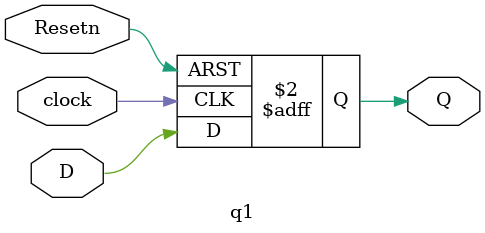
<source format=v>

module q1(D,clock,Resetn,Q);
input D;
input clock;
input Resetn;
output reg Q;
always @ (posedge clock or posedge Resetn)
begin
if(Resetn)
Q <= 0;
else
Q <= D;
end
endmodule

</source>
